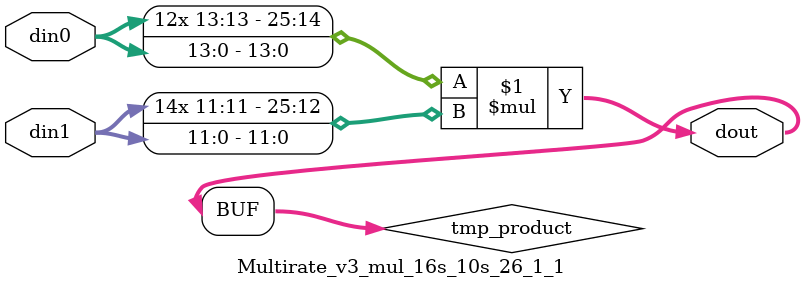
<source format=v>

`timescale 1 ns / 1 ps

 module Multirate_v3_mul_16s_10s_26_1_1(din0, din1, dout);
parameter ID = 1;
parameter NUM_STAGE = 0;
parameter din0_WIDTH = 14;
parameter din1_WIDTH = 12;
parameter dout_WIDTH = 26;

input [din0_WIDTH - 1 : 0] din0; 
input [din1_WIDTH - 1 : 0] din1; 
output [dout_WIDTH - 1 : 0] dout;

wire signed [dout_WIDTH - 1 : 0] tmp_product;



























assign tmp_product = $signed(din0) * $signed(din1);








assign dout = tmp_product;





















endmodule

</source>
